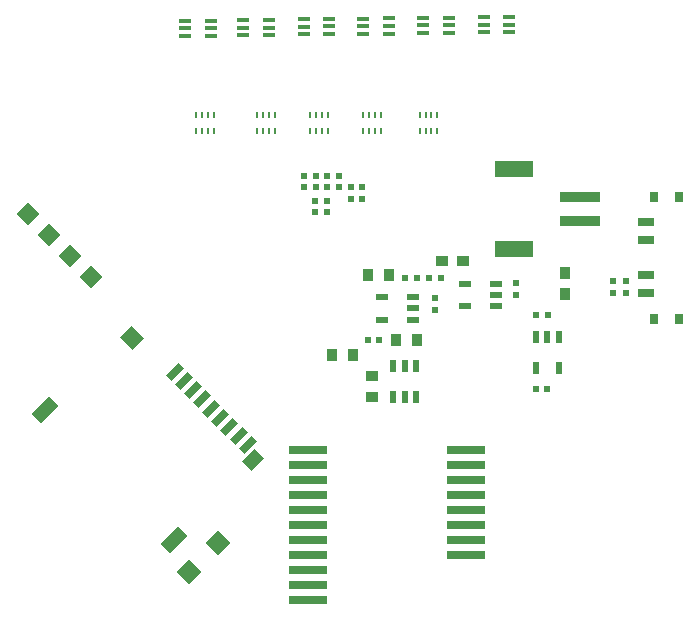
<source format=gbr>
%FSLAX25Y25*%
%MOIN*%
G04 EasyPC Gerber Version 18.0.8 Build 3632 *
%ADD86R,0.00700X0.02456*%
%ADD80R,0.01865X0.04424*%
%ADD82R,0.02062X0.04424*%
%ADD78R,0.02100X0.02100*%
%ADD95R,0.02900X0.03600*%
%ADD96R,0.03637X0.03991*%
%ADD79R,0.03640X0.04030*%
%ADD83R,0.04300X0.01500*%
%ADD77R,0.04424X0.02062*%
%ADD76R,0.02100X0.02100*%
%ADD94R,0.05600X0.02500*%
%ADD87R,0.12900X0.02900*%
%ADD93R,0.13500X0.03600*%
%ADD84R,0.03991X0.03637*%
%ADD81R,0.04030X0.03640*%
%AMT90*0 Rectangle Pad at angle 45*21,1,0.05200,0.06000,0,0,45*%
%ADD90T90*%
%AMT85*0 Rectangle Pad at angle 45*21,1,0.06000,0.06000,0,0,45*%
%ADD85T85*%
%AMT88*0 Rectangle Pad at angle 135*21,1,0.02400,0.06000,0,0,135*%
%ADD88T88*%
%AMT91*0 Rectangle Pad at angle 135*21,1,0.04400,0.06000,0,0,135*%
%ADD91T91*%
%AMT89*0 Rectangle Pad at angle 135*21,1,0.04400,0.08400,0,0,135*%
%ADD89T89*%
%AMT97*0 Rectangle Pad at angle 135*21,1,0.05200,0.05200,0,0,135*%
%ADD97T97*%
%ADD92R,0.13100X0.05600*%
X0Y0D02*
D02*
D76*
X116450Y135350D03*
Y139150D03*
X120350Y135350D03*
Y139150D03*
X128250Y139750D03*
Y143550D03*
X132150Y139750D03*
Y143550D03*
X133950Y92850D03*
X137850D03*
X146350Y113350D03*
X150250D03*
X154450Y113250D03*
X158350D03*
X189950Y76351D03*
X190050Y101150D03*
X193850Y76351D03*
X193950Y101150D03*
D02*
D77*
X138808Y99510D03*
Y106990D03*
X149092Y99510D03*
Y103250D03*
Y106990D03*
X166308Y104010D03*
Y111490D03*
X176592Y104010D03*
Y107750D03*
Y111490D03*
D02*
D78*
X112850Y143550D03*
Y147450D03*
X116650Y143550D03*
Y147450D03*
X120450Y143550D03*
Y147450D03*
X124250Y143550D03*
Y147450D03*
X156350Y102750D03*
Y106650D03*
X183350Y107750D03*
Y111650D03*
X215550Y108350D03*
Y112250D03*
X220050Y108350D03*
Y112250D03*
D02*
D79*
X121950Y87550D03*
X128950D03*
X134150Y114350D03*
X141150D03*
X143250Y92650D03*
X150250D03*
D02*
D80*
X142510Y73832D03*
Y84068D03*
X146250Y73832D03*
Y84068D03*
X149990Y73832D03*
Y84068D03*
D02*
D81*
X135250Y73850D03*
Y80850D03*
D02*
D82*
X190110Y83308D03*
Y93592D03*
X193850D03*
X197590Y83308D03*
Y93592D03*
D02*
D83*
X72950Y194050D03*
Y196550D03*
Y199050D03*
X81550Y194050D03*
Y196609D03*
Y199168D03*
X92350Y194250D03*
Y196750D03*
Y199250D03*
X100950Y194250D03*
Y196809D03*
Y199368D03*
X112550Y194650D03*
Y197150D03*
Y199650D03*
X121150Y194650D03*
Y197209D03*
Y199768D03*
X132350Y194850D03*
Y197350D03*
Y199850D03*
X140950Y194850D03*
Y197409D03*
Y199968D03*
X152350Y195050D03*
Y197550D03*
Y200050D03*
X160950Y195050D03*
Y197609D03*
Y200168D03*
X172550Y195250D03*
Y197750D03*
Y200250D03*
X181150Y195250D03*
Y197809D03*
Y200368D03*
D02*
D84*
X158650Y119150D03*
X165650D03*
D02*
D85*
X74512Y15412D03*
X83988Y24888D03*
D02*
D86*
X76644Y162450D03*
Y167568D03*
X78613Y162450D03*
Y167568D03*
X80581Y162450D03*
Y167568D03*
X82550Y162450D03*
Y167568D03*
X97044Y162450D03*
Y167568D03*
X99013Y162450D03*
Y167568D03*
X100981Y162450D03*
Y167568D03*
X102950Y162450D03*
Y167568D03*
X114844Y162450D03*
Y167568D03*
X116813Y162450D03*
Y167568D03*
X118781Y162450D03*
Y167568D03*
X120750Y162450D03*
Y167568D03*
X132444Y162450D03*
Y167568D03*
X134413Y162450D03*
Y167568D03*
X136381Y162450D03*
Y167568D03*
X138350Y162450D03*
Y167568D03*
X151244Y162450D03*
Y167568D03*
X153213Y162450D03*
Y167568D03*
X155181Y162450D03*
Y167568D03*
X157150Y162450D03*
Y167568D03*
D02*
D87*
X113950Y6050D03*
Y11050D03*
Y16050D03*
Y21050D03*
Y26050D03*
Y31050D03*
Y36050D03*
Y41050D03*
Y46050D03*
Y51050D03*
Y56050D03*
X166750Y21050D03*
Y26050D03*
Y31050D03*
Y36050D03*
Y41050D03*
Y46050D03*
Y51050D03*
Y56050D03*
D02*
D88*
X69631Y81976D03*
X72672Y78935D03*
X75712Y75895D03*
X78753Y72854D03*
X81793Y69814D03*
X84834Y66773D03*
X87874Y63733D03*
X90915Y60692D03*
X93956Y57652D03*
D02*
D89*
X26215Y69248D03*
X69348Y26115D03*
D02*
D90*
X55418Y93502D03*
D02*
D91*
X95794Y52560D03*
D02*
D92*
X182750Y123150D03*
Y149650D03*
D02*
D93*
X204750Y132450D03*
Y140350D03*
D02*
D94*
X226750Y108350D03*
Y114250D03*
Y126050D03*
Y131950D03*
D02*
D95*
X229450Y99850D03*
Y140450D03*
X237850Y99850D03*
Y140450D03*
D02*
D96*
X199550Y108150D03*
Y115150D03*
D02*
D97*
X20615Y134785D03*
X27685Y127715D03*
X34757Y120643D03*
X41828Y113572D03*
X0Y0D02*
M02*

</source>
